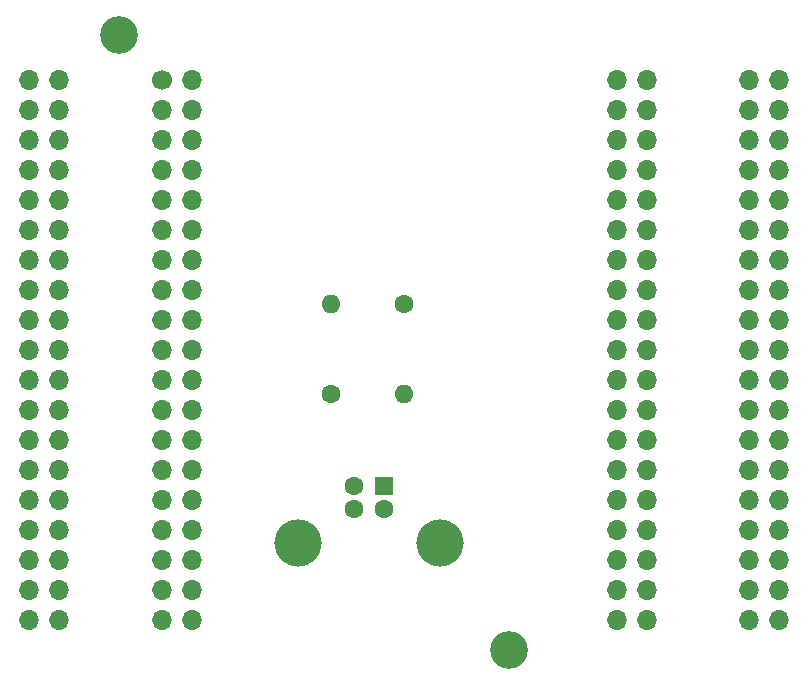
<source format=gbr>
%TF.GenerationSoftware,KiCad,Pcbnew,7.0.9*%
%TF.CreationDate,2024-03-22T11:46:37+01:00*%
%TF.ProjectId,Nucleo_USB_shield,4e75636c-656f-45f5-9553-425f73686965,rev?*%
%TF.SameCoordinates,Original*%
%TF.FileFunction,Soldermask,Bot*%
%TF.FilePolarity,Negative*%
%FSLAX46Y46*%
G04 Gerber Fmt 4.6, Leading zero omitted, Abs format (unit mm)*
G04 Created by KiCad (PCBNEW 7.0.9) date 2024-03-22 11:46:37*
%MOMM*%
%LPD*%
G01*
G04 APERTURE LIST*
%ADD10O,1.700000X1.700000*%
%ADD11C,1.700000*%
%ADD12C,1.600000*%
%ADD13O,1.600000X1.600000*%
%ADD14R,1.600000X1.600000*%
%ADD15C,4.000000*%
%ADD16C,3.200000*%
G04 APERTURE END LIST*
D10*
%TO.C,J4*%
X153000000Y-56780000D03*
X155540000Y-56780000D03*
X153000000Y-59320000D03*
X155540000Y-59320000D03*
X153000000Y-61860000D03*
X155540000Y-61860000D03*
X153000000Y-64400000D03*
X155540000Y-64400000D03*
X153000000Y-66940000D03*
X155540000Y-66940000D03*
X153000000Y-69480000D03*
X155540000Y-69480000D03*
X153000000Y-72020000D03*
X155540000Y-72020000D03*
X153000000Y-74560000D03*
X155540000Y-74560000D03*
X153000000Y-77100000D03*
X155540000Y-77100000D03*
X153000000Y-79640000D03*
X155540000Y-79640000D03*
X153000000Y-82180000D03*
X155540000Y-82180000D03*
X153000000Y-84720000D03*
X155540000Y-84720000D03*
X153000000Y-87260000D03*
X155540000Y-87260000D03*
X153000000Y-89800000D03*
X155540000Y-89800000D03*
X153000000Y-92340000D03*
X155540000Y-92340000D03*
X153000000Y-94880000D03*
X155540000Y-94880000D03*
X153000000Y-97420000D03*
X155540000Y-97420000D03*
X153000000Y-99960000D03*
X155540000Y-99960000D03*
X153000000Y-102500000D03*
X155540000Y-102500000D03*
%TD*%
%TO.C,J2*%
X117000000Y-102560000D03*
X114460000Y-102560000D03*
X117000000Y-100020000D03*
X114460000Y-100020000D03*
X117000000Y-97480000D03*
X114460000Y-97480000D03*
X117000000Y-94940000D03*
X114460000Y-94940000D03*
X117000000Y-92400000D03*
X114460000Y-92400000D03*
X117000000Y-89860000D03*
X114460000Y-89860000D03*
X117000000Y-87320000D03*
X114460000Y-87320000D03*
X117000000Y-84780000D03*
X114460000Y-84780000D03*
X117000000Y-82240000D03*
X114460000Y-82240000D03*
X117000000Y-79700000D03*
X114460000Y-79700000D03*
X117000000Y-77160000D03*
X114460000Y-77160000D03*
X117000000Y-74620000D03*
X114460000Y-74620000D03*
X117000000Y-72080000D03*
X114460000Y-72080000D03*
X117000000Y-69540000D03*
X114460000Y-69540000D03*
X117000000Y-67000000D03*
X114460000Y-67000000D03*
X117000000Y-64460000D03*
X114460000Y-64460000D03*
X117000000Y-61920000D03*
X114460000Y-61920000D03*
X117000000Y-59380000D03*
X114460000Y-59380000D03*
X117000000Y-56840000D03*
D11*
X114460000Y-56840000D03*
%TD*%
D12*
%TO.C,R2*%
X128800000Y-83410000D03*
D13*
X128800000Y-75790000D03*
%TD*%
D12*
%TO.C,R1*%
X135000000Y-75780000D03*
D13*
X135000000Y-83400000D03*
%TD*%
D14*
%TO.C,J5*%
X133250000Y-91140000D03*
D12*
X130750000Y-91140000D03*
X130750000Y-93140000D03*
X133250000Y-93140000D03*
D15*
X138000000Y-96000000D03*
X126000000Y-96000000D03*
%TD*%
D16*
%TO.C,H2*%
X143890000Y-105040000D03*
%TD*%
%TO.C,H1*%
X110870000Y-52970000D03*
%TD*%
D10*
%TO.C,J1*%
X103250000Y-56780000D03*
X105790000Y-56780000D03*
X103250000Y-59320000D03*
X105790000Y-59320000D03*
X103250000Y-61860000D03*
X105790000Y-61860000D03*
X103250000Y-64400000D03*
X105790000Y-64400000D03*
X103250000Y-66940000D03*
X105790000Y-66940000D03*
X103250000Y-69480000D03*
X105790000Y-69480000D03*
X103250000Y-72020000D03*
X105790000Y-72020000D03*
X103250000Y-74560000D03*
X105790000Y-74560000D03*
X103250000Y-77100000D03*
X105790000Y-77100000D03*
X103250000Y-79640000D03*
X105790000Y-79640000D03*
X103250000Y-82180000D03*
X105790000Y-82180000D03*
X103250000Y-84720000D03*
X105790000Y-84720000D03*
X103250000Y-87260000D03*
X105790000Y-87260000D03*
X103250000Y-89800000D03*
X105790000Y-89800000D03*
X103250000Y-92340000D03*
X105790000Y-92340000D03*
X103250000Y-94880000D03*
X105790000Y-94880000D03*
X103250000Y-97420000D03*
X105790000Y-97420000D03*
X103250000Y-99960000D03*
X105790000Y-99960000D03*
X103250000Y-102500000D03*
X105790000Y-102500000D03*
%TD*%
%TO.C,J3*%
X164210000Y-56780000D03*
X166750000Y-56780000D03*
X164210000Y-59320000D03*
X166750000Y-59320000D03*
X164210000Y-61860000D03*
X166750000Y-61860000D03*
X164210000Y-64400000D03*
X166750000Y-64400000D03*
X164210000Y-66940000D03*
X166750000Y-66940000D03*
X164210000Y-69480000D03*
X166750000Y-69480000D03*
X164210000Y-72020000D03*
X166750000Y-72020000D03*
X164210000Y-74560000D03*
X166750000Y-74560000D03*
X164210000Y-77100000D03*
X166750000Y-77100000D03*
X164210000Y-79640000D03*
X166750000Y-79640000D03*
X164210000Y-82180000D03*
X166750000Y-82180000D03*
X164210000Y-84720000D03*
X166750000Y-84720000D03*
X164210000Y-87260000D03*
X166750000Y-87260000D03*
X164210000Y-89800000D03*
X166750000Y-89800000D03*
X164210000Y-92340000D03*
X166750000Y-92340000D03*
X164210000Y-94880000D03*
X166750000Y-94880000D03*
X164210000Y-97420000D03*
X166750000Y-97420000D03*
X164210000Y-99960000D03*
X166750000Y-99960000D03*
X164210000Y-102500000D03*
X166750000Y-102500000D03*
%TD*%
M02*

</source>
